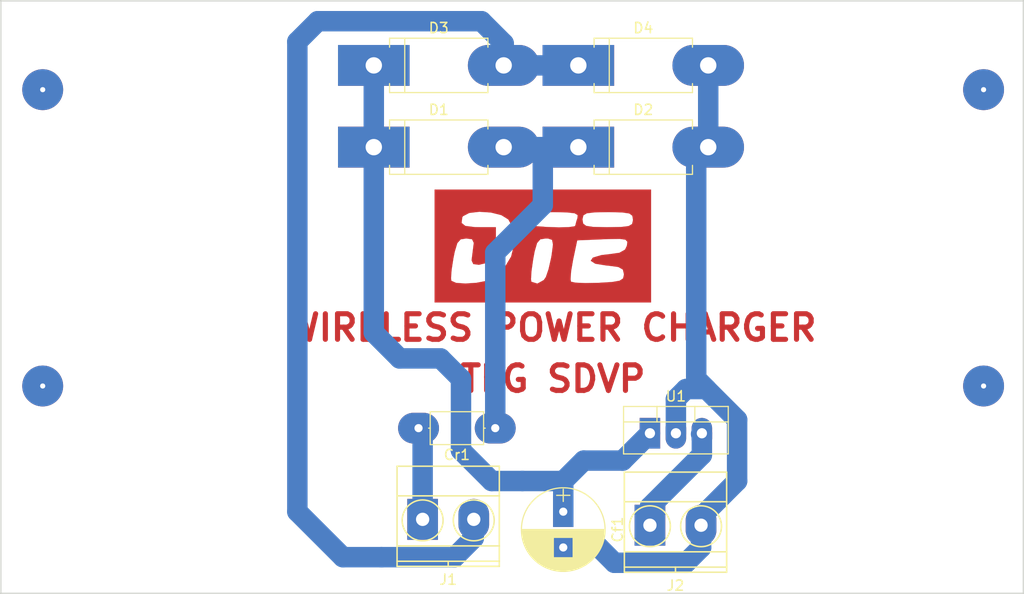
<source format=kicad_pcb>
(kicad_pcb (version 4) (host pcbnew 4.0.6)

  (general
    (links 13)
    (no_connects 0)
    (area 83.899999 56.924999 184.300002 115.3)
    (thickness 1.6)
    (drawings 6)
    (tracks 57)
    (zones 0)
    (modules 10)
    (nets 7)
  )

  (page A4)
  (title_block
    (title "Placa de circuito impreso del secundario")
    (date 2017-10-26)
  )

  (layers
    (0 F.Cu signal)
    (31 B.Cu signal)
    (32 B.Adhes user)
    (33 F.Adhes user)
    (34 B.Paste user)
    (35 F.Paste user)
    (36 B.SilkS user)
    (37 F.SilkS user)
    (38 B.Mask user)
    (39 F.Mask user)
    (40 Dwgs.User user)
    (41 Cmts.User user)
    (42 Eco1.User user)
    (43 Eco2.User user)
    (44 Edge.Cuts user)
    (45 Margin user)
    (46 B.CrtYd user)
    (47 F.CrtYd user)
    (48 B.Fab user)
    (49 F.Fab user)
  )

  (setup
    (last_trace_width 0.25)
    (user_trace_width 0.8)
    (user_trace_width 2)
    (trace_clearance 0.2)
    (zone_clearance 0.508)
    (zone_45_only no)
    (trace_min 0.2)
    (segment_width 0.2)
    (edge_width 0.15)
    (via_size 2.5)
    (via_drill 0.5)
    (via_min_size 0.4)
    (via_min_drill 0.3)
    (user_via 4 0.5)
    (uvia_size 0.3)
    (uvia_drill 0.1)
    (uvias_allowed no)
    (uvia_min_size 0.2)
    (uvia_min_drill 0.1)
    (pcb_text_width 0.3)
    (pcb_text_size 1.5 1.5)
    (mod_edge_width 0.15)
    (mod_text_size 1 1)
    (mod_text_width 0.15)
    (pad_size 3 4)
    (pad_drill 1.3)
    (pad_to_mask_clearance 0.2)
    (aux_axis_origin 0 0)
    (visible_elements 7FFFFFFF)
    (pcbplotparams
      (layerselection 0x3ffff_80000001)
      (usegerberextensions false)
      (excludeedgelayer true)
      (linewidth 0.100000)
      (plotframeref false)
      (viasonmask false)
      (mode 1)
      (useauxorigin false)
      (hpglpennumber 1)
      (hpglpenspeed 20)
      (hpglpendiameter 15)
      (hpglpenoverlay 2)
      (psnegative false)
      (psa4output false)
      (plotreference true)
      (plotvalue true)
      (plotinvisibletext false)
      (padsonsilk false)
      (subtractmaskfromsilk false)
      (outputformat 4)
      (mirror false)
      (drillshape 0)
      (scaleselection 1)
      (outputdirectory ""))
  )

  (net 0 "")
  (net 1 "Net-(Cf1-Pad1)")
  (net 2 "Net-(Cf1-Pad2)")
  (net 3 "Net-(Cr1-Pad1)")
  (net 4 "Net-(Cr1-Pad2)")
  (net 5 "Net-(D3-Pad2)")
  (net 6 "Net-(J2-Pad1)")

  (net_class Default "Esta es la clase de red por defecto."
    (clearance 0.2)
    (trace_width 0.25)
    (via_dia 2.5)
    (via_drill 0.5)
    (uvia_dia 0.3)
    (uvia_drill 0.1)
    (add_net "Net-(Cf1-Pad1)")
    (add_net "Net-(Cf1-Pad2)")
    (add_net "Net-(Cr1-Pad1)")
    (add_net "Net-(Cr1-Pad2)")
    (add_net "Net-(D3-Pad2)")
    (add_net "Net-(J2-Pad1)")
  )

  (module Capacitors_THT:C_Axial_L5.1mm_D3.1mm_P7.50mm_Horizontal (layer F.Cu) (tedit 59F34247) (tstamp 59E8B136)
    (at 132.35 98.825 180)
    (descr "C, Axial series, Axial, Horizontal, pin pitch=7.5mm, , length*diameter=5.1*3.1mm^2, http://www.vishay.com/docs/45231/arseries.pdf")
    (tags "C Axial series Axial Horizontal pin pitch 7.5mm  length 5.1mm diameter 3.1mm")
    (path /59E7A649)
    (fp_text reference Cr1 (at 3.75 -2.61 180) (layer F.SilkS)
      (effects (font (size 1 1) (thickness 0.15)))
    )
    (fp_text value C (at 3.75 2.61 180) (layer F.Fab)
      (effects (font (size 1 1) (thickness 0.15)))
    )
    (fp_line (start 1.2 -1.55) (end 1.2 1.55) (layer F.Fab) (width 0.1))
    (fp_line (start 1.2 1.55) (end 6.3 1.55) (layer F.Fab) (width 0.1))
    (fp_line (start 6.3 1.55) (end 6.3 -1.55) (layer F.Fab) (width 0.1))
    (fp_line (start 6.3 -1.55) (end 1.2 -1.55) (layer F.Fab) (width 0.1))
    (fp_line (start 0 0) (end 1.2 0) (layer F.Fab) (width 0.1))
    (fp_line (start 7.5 0) (end 6.3 0) (layer F.Fab) (width 0.1))
    (fp_line (start 1.14 -1.61) (end 1.14 1.61) (layer F.SilkS) (width 0.12))
    (fp_line (start 1.14 1.61) (end 6.36 1.61) (layer F.SilkS) (width 0.12))
    (fp_line (start 6.36 1.61) (end 6.36 -1.61) (layer F.SilkS) (width 0.12))
    (fp_line (start 6.36 -1.61) (end 1.14 -1.61) (layer F.SilkS) (width 0.12))
    (fp_line (start 0.98 0) (end 1.14 0) (layer F.SilkS) (width 0.12))
    (fp_line (start 6.52 0) (end 6.36 0) (layer F.SilkS) (width 0.12))
    (fp_line (start -1.05 -1.9) (end -1.05 1.9) (layer F.CrtYd) (width 0.05))
    (fp_line (start -1.05 1.9) (end 8.55 1.9) (layer F.CrtYd) (width 0.05))
    (fp_line (start 8.55 1.9) (end 8.55 -1.9) (layer F.CrtYd) (width 0.05))
    (fp_line (start 8.55 -1.9) (end -1.05 -1.9) (layer F.CrtYd) (width 0.05))
    (fp_text user %R (at 3.75 0 180) (layer F.Fab)
      (effects (font (size 1 1) (thickness 0.15)))
    )
    (pad 1 thru_hole oval (at 0 0 180) (size 4 3) (drill 0.8) (layers *.Cu *.Mask)
      (net 3 "Net-(Cr1-Pad1)"))
    (pad 2 thru_hole oval (at 7.5 0 180) (size 4 3) (drill 0.8) (layers *.Cu *.Mask)
      (net 4 "Net-(Cr1-Pad2)"))
    (model ${KISYS3DMOD}/Capacitors_THT.3dshapes/C_Axial_L5.1mm_D3.1mm_P7.50mm_Horizontal.wrl
      (at (xyz 0 0 0))
      (scale (xyz 1 1 1))
      (rotate (xyz 0 0 0))
    )
  )

  (module Diodes_THT:D_DO-201AD_P12.70mm_Horizontal (layer F.Cu) (tedit 59F3419D) (tstamp 59E8B13C)
    (at 120.475 71.325)
    (descr "D, DO-201AD series, Axial, Horizontal, pin pitch=12.7mm, , length*diameter=9.5*5.2mm^2, , http://www.diodes.com/_files/packages/DO-201AD.pdf")
    (tags "D DO-201AD series Axial Horizontal pin pitch 12.7mm  length 9.5mm diameter 5.2mm")
    (path /59E7A3A2)
    (fp_text reference D1 (at 6.35 -3.66) (layer F.SilkS)
      (effects (font (size 1 1) (thickness 0.15)))
    )
    (fp_text value D_Schottky (at 6.35 3.66) (layer F.Fab)
      (effects (font (size 1 1) (thickness 0.15)))
    )
    (fp_text user %R (at 6.35 0) (layer F.Fab)
      (effects (font (size 1 1) (thickness 0.15)))
    )
    (fp_line (start 1.6 -2.6) (end 1.6 2.6) (layer F.Fab) (width 0.1))
    (fp_line (start 1.6 2.6) (end 11.1 2.6) (layer F.Fab) (width 0.1))
    (fp_line (start 11.1 2.6) (end 11.1 -2.6) (layer F.Fab) (width 0.1))
    (fp_line (start 11.1 -2.6) (end 1.6 -2.6) (layer F.Fab) (width 0.1))
    (fp_line (start 0 0) (end 1.6 0) (layer F.Fab) (width 0.1))
    (fp_line (start 12.7 0) (end 11.1 0) (layer F.Fab) (width 0.1))
    (fp_line (start 3.025 -2.6) (end 3.025 2.6) (layer F.Fab) (width 0.1))
    (fp_line (start 1.54 -1.78) (end 1.54 -2.66) (layer F.SilkS) (width 0.12))
    (fp_line (start 1.54 -2.66) (end 11.16 -2.66) (layer F.SilkS) (width 0.12))
    (fp_line (start 11.16 -2.66) (end 11.16 -1.78) (layer F.SilkS) (width 0.12))
    (fp_line (start 1.54 1.78) (end 1.54 2.66) (layer F.SilkS) (width 0.12))
    (fp_line (start 1.54 2.66) (end 11.16 2.66) (layer F.SilkS) (width 0.12))
    (fp_line (start 11.16 2.66) (end 11.16 1.78) (layer F.SilkS) (width 0.12))
    (fp_line (start 3.025 -2.66) (end 3.025 2.66) (layer F.SilkS) (width 0.12))
    (fp_line (start -1.85 -2.95) (end -1.85 2.95) (layer F.CrtYd) (width 0.05))
    (fp_line (start -1.85 2.95) (end 14.55 2.95) (layer F.CrtYd) (width 0.05))
    (fp_line (start 14.55 2.95) (end 14.55 -2.95) (layer F.CrtYd) (width 0.05))
    (fp_line (start 14.55 -2.95) (end -1.85 -2.95) (layer F.CrtYd) (width 0.05))
    (pad 1 thru_hole rect (at 0 0) (size 7 4) (drill 1.6) (layers *.Cu *.Mask)
      (net 1 "Net-(Cf1-Pad1)"))
    (pad 2 thru_hole oval (at 12.7 0) (size 7 4) (drill 1.6) (layers *.Cu *.Mask)
      (net 3 "Net-(Cr1-Pad1)"))
    (model ${KISYS3DMOD}/Diodes_THT.3dshapes/D_DO-201AD_P12.70mm_Horizontal.wrl
      (at (xyz 0 0 0))
      (scale (xyz 0.393701 0.393701 0.393701))
      (rotate (xyz 0 0 0))
    )
  )

  (module Diodes_THT:D_DO-201AD_P12.70mm_Horizontal (layer F.Cu) (tedit 59F341A7) (tstamp 59E8B142)
    (at 140.475 71.325)
    (descr "D, DO-201AD series, Axial, Horizontal, pin pitch=12.7mm, , length*diameter=9.5*5.2mm^2, , http://www.diodes.com/_files/packages/DO-201AD.pdf")
    (tags "D DO-201AD series Axial Horizontal pin pitch 12.7mm  length 9.5mm diameter 5.2mm")
    (path /59E7A526)
    (fp_text reference D2 (at 6.35 -3.66) (layer F.SilkS)
      (effects (font (size 1 1) (thickness 0.15)))
    )
    (fp_text value D_Schottky (at 6.35 3.66) (layer F.Fab)
      (effects (font (size 1 1) (thickness 0.15)))
    )
    (fp_text user %R (at 6.35 0) (layer F.Fab)
      (effects (font (size 1 1) (thickness 0.15)))
    )
    (fp_line (start 1.6 -2.6) (end 1.6 2.6) (layer F.Fab) (width 0.1))
    (fp_line (start 1.6 2.6) (end 11.1 2.6) (layer F.Fab) (width 0.1))
    (fp_line (start 11.1 2.6) (end 11.1 -2.6) (layer F.Fab) (width 0.1))
    (fp_line (start 11.1 -2.6) (end 1.6 -2.6) (layer F.Fab) (width 0.1))
    (fp_line (start 0 0) (end 1.6 0) (layer F.Fab) (width 0.1))
    (fp_line (start 12.7 0) (end 11.1 0) (layer F.Fab) (width 0.1))
    (fp_line (start 3.025 -2.6) (end 3.025 2.6) (layer F.Fab) (width 0.1))
    (fp_line (start 1.54 -1.78) (end 1.54 -2.66) (layer F.SilkS) (width 0.12))
    (fp_line (start 1.54 -2.66) (end 11.16 -2.66) (layer F.SilkS) (width 0.12))
    (fp_line (start 11.16 -2.66) (end 11.16 -1.78) (layer F.SilkS) (width 0.12))
    (fp_line (start 1.54 1.78) (end 1.54 2.66) (layer F.SilkS) (width 0.12))
    (fp_line (start 1.54 2.66) (end 11.16 2.66) (layer F.SilkS) (width 0.12))
    (fp_line (start 11.16 2.66) (end 11.16 1.78) (layer F.SilkS) (width 0.12))
    (fp_line (start 3.025 -2.66) (end 3.025 2.66) (layer F.SilkS) (width 0.12))
    (fp_line (start -1.85 -2.95) (end -1.85 2.95) (layer F.CrtYd) (width 0.05))
    (fp_line (start -1.85 2.95) (end 14.55 2.95) (layer F.CrtYd) (width 0.05))
    (fp_line (start 14.55 2.95) (end 14.55 -2.95) (layer F.CrtYd) (width 0.05))
    (fp_line (start 14.55 -2.95) (end -1.85 -2.95) (layer F.CrtYd) (width 0.05))
    (pad 1 thru_hole rect (at 0 0) (size 7 4) (drill 1.6) (layers *.Cu *.Mask)
      (net 3 "Net-(Cr1-Pad1)"))
    (pad 2 thru_hole oval (at 12.7 0) (size 7 4) (drill 1.6) (layers *.Cu *.Mask)
      (net 2 "Net-(Cf1-Pad2)"))
    (model ${KISYS3DMOD}/Diodes_THT.3dshapes/D_DO-201AD_P12.70mm_Horizontal.wrl
      (at (xyz 0 0 0))
      (scale (xyz 0.393701 0.393701 0.393701))
      (rotate (xyz 0 0 0))
    )
  )

  (module Diodes_THT:D_DO-201AD_P12.70mm_Horizontal (layer F.Cu) (tedit 59F341B3) (tstamp 59E8B148)
    (at 120.475 63.325)
    (descr "D, DO-201AD series, Axial, Horizontal, pin pitch=12.7mm, , length*diameter=9.5*5.2mm^2, , http://www.diodes.com/_files/packages/DO-201AD.pdf")
    (tags "D DO-201AD series Axial Horizontal pin pitch 12.7mm  length 9.5mm diameter 5.2mm")
    (path /59E7A56E)
    (fp_text reference D3 (at 6.35 -3.66) (layer F.SilkS)
      (effects (font (size 1 1) (thickness 0.15)))
    )
    (fp_text value D_Schottky (at 6.35 3.66) (layer F.Fab)
      (effects (font (size 1 1) (thickness 0.15)))
    )
    (fp_text user %R (at 6.35 0) (layer F.Fab)
      (effects (font (size 1 1) (thickness 0.15)))
    )
    (fp_line (start 1.6 -2.6) (end 1.6 2.6) (layer F.Fab) (width 0.1))
    (fp_line (start 1.6 2.6) (end 11.1 2.6) (layer F.Fab) (width 0.1))
    (fp_line (start 11.1 2.6) (end 11.1 -2.6) (layer F.Fab) (width 0.1))
    (fp_line (start 11.1 -2.6) (end 1.6 -2.6) (layer F.Fab) (width 0.1))
    (fp_line (start 0 0) (end 1.6 0) (layer F.Fab) (width 0.1))
    (fp_line (start 12.7 0) (end 11.1 0) (layer F.Fab) (width 0.1))
    (fp_line (start 3.025 -2.6) (end 3.025 2.6) (layer F.Fab) (width 0.1))
    (fp_line (start 1.54 -1.78) (end 1.54 -2.66) (layer F.SilkS) (width 0.12))
    (fp_line (start 1.54 -2.66) (end 11.16 -2.66) (layer F.SilkS) (width 0.12))
    (fp_line (start 11.16 -2.66) (end 11.16 -1.78) (layer F.SilkS) (width 0.12))
    (fp_line (start 1.54 1.78) (end 1.54 2.66) (layer F.SilkS) (width 0.12))
    (fp_line (start 1.54 2.66) (end 11.16 2.66) (layer F.SilkS) (width 0.12))
    (fp_line (start 11.16 2.66) (end 11.16 1.78) (layer F.SilkS) (width 0.12))
    (fp_line (start 3.025 -2.66) (end 3.025 2.66) (layer F.SilkS) (width 0.12))
    (fp_line (start -1.85 -2.95) (end -1.85 2.95) (layer F.CrtYd) (width 0.05))
    (fp_line (start -1.85 2.95) (end 14.55 2.95) (layer F.CrtYd) (width 0.05))
    (fp_line (start 14.55 2.95) (end 14.55 -2.95) (layer F.CrtYd) (width 0.05))
    (fp_line (start 14.55 -2.95) (end -1.85 -2.95) (layer F.CrtYd) (width 0.05))
    (pad 1 thru_hole rect (at 0 0) (size 7 4) (drill 1.6) (layers *.Cu *.Mask)
      (net 1 "Net-(Cf1-Pad1)"))
    (pad 2 thru_hole oval (at 12.7 0) (size 7 4) (drill 1.6) (layers *.Cu *.Mask)
      (net 5 "Net-(D3-Pad2)"))
    (model ${KISYS3DMOD}/Diodes_THT.3dshapes/D_DO-201AD_P12.70mm_Horizontal.wrl
      (at (xyz 0 0 0))
      (scale (xyz 0.393701 0.393701 0.393701))
      (rotate (xyz 0 0 0))
    )
  )

  (module Diodes_THT:D_DO-201AD_P12.70mm_Horizontal (layer F.Cu) (tedit 59F341B0) (tstamp 59E8B14E)
    (at 140.475 63.325)
    (descr "D, DO-201AD series, Axial, Horizontal, pin pitch=12.7mm, , length*diameter=9.5*5.2mm^2, , http://www.diodes.com/_files/packages/DO-201AD.pdf")
    (tags "D DO-201AD series Axial Horizontal pin pitch 12.7mm  length 9.5mm diameter 5.2mm")
    (path /59E7A5B1)
    (fp_text reference D4 (at 6.35 -3.66) (layer F.SilkS)
      (effects (font (size 1 1) (thickness 0.15)))
    )
    (fp_text value D_Schottky (at 6.35 3.66) (layer F.Fab)
      (effects (font (size 1 1) (thickness 0.15)))
    )
    (fp_text user %R (at 6.35 0) (layer F.Fab)
      (effects (font (size 1 1) (thickness 0.15)))
    )
    (fp_line (start 1.6 -2.6) (end 1.6 2.6) (layer F.Fab) (width 0.1))
    (fp_line (start 1.6 2.6) (end 11.1 2.6) (layer F.Fab) (width 0.1))
    (fp_line (start 11.1 2.6) (end 11.1 -2.6) (layer F.Fab) (width 0.1))
    (fp_line (start 11.1 -2.6) (end 1.6 -2.6) (layer F.Fab) (width 0.1))
    (fp_line (start 0 0) (end 1.6 0) (layer F.Fab) (width 0.1))
    (fp_line (start 12.7 0) (end 11.1 0) (layer F.Fab) (width 0.1))
    (fp_line (start 3.025 -2.6) (end 3.025 2.6) (layer F.Fab) (width 0.1))
    (fp_line (start 1.54 -1.78) (end 1.54 -2.66) (layer F.SilkS) (width 0.12))
    (fp_line (start 1.54 -2.66) (end 11.16 -2.66) (layer F.SilkS) (width 0.12))
    (fp_line (start 11.16 -2.66) (end 11.16 -1.78) (layer F.SilkS) (width 0.12))
    (fp_line (start 1.54 1.78) (end 1.54 2.66) (layer F.SilkS) (width 0.12))
    (fp_line (start 1.54 2.66) (end 11.16 2.66) (layer F.SilkS) (width 0.12))
    (fp_line (start 11.16 2.66) (end 11.16 1.78) (layer F.SilkS) (width 0.12))
    (fp_line (start 3.025 -2.66) (end 3.025 2.66) (layer F.SilkS) (width 0.12))
    (fp_line (start -1.85 -2.95) (end -1.85 2.95) (layer F.CrtYd) (width 0.05))
    (fp_line (start -1.85 2.95) (end 14.55 2.95) (layer F.CrtYd) (width 0.05))
    (fp_line (start 14.55 2.95) (end 14.55 -2.95) (layer F.CrtYd) (width 0.05))
    (fp_line (start 14.55 -2.95) (end -1.85 -2.95) (layer F.CrtYd) (width 0.05))
    (pad 1 thru_hole rect (at 0 0) (size 7 4) (drill 1.6) (layers *.Cu *.Mask)
      (net 5 "Net-(D3-Pad2)"))
    (pad 2 thru_hole oval (at 12.7 0) (size 7 4) (drill 1.6) (layers *.Cu *.Mask)
      (net 2 "Net-(Cf1-Pad2)"))
    (model ${KISYS3DMOD}/Diodes_THT.3dshapes/D_DO-201AD_P12.70mm_Horizontal.wrl
      (at (xyz 0 0 0))
      (scale (xyz 0.393701 0.393701 0.393701))
      (rotate (xyz 0 0 0))
    )
  )

  (module Connectors_Terminal_Blocks:TerminalBlock_Pheonix_MKDS1.5-2pol (layer F.Cu) (tedit 59F342A6) (tstamp 59E8B154)
    (at 125.25 107.75)
    (descr "2-way 5mm pitch terminal block, Phoenix MKDS series")
    (path /59E7A6B3)
    (fp_text reference J1 (at 2.5 5.9) (layer F.SilkS)
      (effects (font (size 1 1) (thickness 0.15)))
    )
    (fp_text value Screw_Terminal_1x02 (at 2.5 -6.6) (layer F.Fab)
      (effects (font (size 1 1) (thickness 0.15)))
    )
    (fp_line (start -2.7 -5.4) (end 7.7 -5.4) (layer F.CrtYd) (width 0.05))
    (fp_line (start -2.7 4.8) (end -2.7 -5.4) (layer F.CrtYd) (width 0.05))
    (fp_line (start 7.7 4.8) (end -2.7 4.8) (layer F.CrtYd) (width 0.05))
    (fp_line (start 7.7 -5.4) (end 7.7 4.8) (layer F.CrtYd) (width 0.05))
    (fp_line (start 2.5 4.1) (end 2.5 4.6) (layer F.SilkS) (width 0.15))
    (fp_circle (center 5 0.1) (end 3 0.1) (layer F.SilkS) (width 0.15))
    (fp_circle (center 0 0.1) (end 2 0.1) (layer F.SilkS) (width 0.15))
    (fp_line (start -2.5 2.6) (end 7.5 2.6) (layer F.SilkS) (width 0.15))
    (fp_line (start -2.5 -2.3) (end 7.5 -2.3) (layer F.SilkS) (width 0.15))
    (fp_line (start -2.5 4.1) (end 7.5 4.1) (layer F.SilkS) (width 0.15))
    (fp_line (start -2.5 4.6) (end 7.5 4.6) (layer F.SilkS) (width 0.15))
    (fp_line (start 7.5 4.6) (end 7.5 -5.2) (layer F.SilkS) (width 0.15))
    (fp_line (start 7.5 -5.2) (end -2.5 -5.2) (layer F.SilkS) (width 0.15))
    (fp_line (start -2.5 -5.2) (end -2.5 4.6) (layer F.SilkS) (width 0.15))
    (pad 1 thru_hole rect (at 0 0) (size 3 4) (drill 1.3) (layers *.Cu *.Mask)
      (net 4 "Net-(Cr1-Pad2)"))
    (pad 2 thru_hole oval (at 5 0) (size 3 4) (drill 1.3) (layers *.Cu *.Mask)
      (net 5 "Net-(D3-Pad2)"))
    (model Terminal_Blocks.3dshapes/TerminalBlock_Pheonix_MKDS1.5-2pol.wrl
      (at (xyz 0.0984 0 0))
      (scale (xyz 1 1 1))
      (rotate (xyz 0 0 0))
    )
  )

  (module Connectors_Terminal_Blocks:TerminalBlock_Pheonix_MKDS1.5-2pol (layer F.Cu) (tedit 59F34297) (tstamp 59E8B15A)
    (at 147.475 108.325)
    (descr "2-way 5mm pitch terminal block, Phoenix MKDS series")
    (path /59E7AA22)
    (fp_text reference J2 (at 2.5 5.9) (layer F.SilkS)
      (effects (font (size 1 1) (thickness 0.15)))
    )
    (fp_text value Screw_Terminal_1x02 (at 2.5 -6.6) (layer F.Fab)
      (effects (font (size 1 1) (thickness 0.15)))
    )
    (fp_line (start -2.7 -5.4) (end 7.7 -5.4) (layer F.CrtYd) (width 0.05))
    (fp_line (start -2.7 4.8) (end -2.7 -5.4) (layer F.CrtYd) (width 0.05))
    (fp_line (start 7.7 4.8) (end -2.7 4.8) (layer F.CrtYd) (width 0.05))
    (fp_line (start 7.7 -5.4) (end 7.7 4.8) (layer F.CrtYd) (width 0.05))
    (fp_line (start 2.5 4.1) (end 2.5 4.6) (layer F.SilkS) (width 0.15))
    (fp_circle (center 5 0.1) (end 3 0.1) (layer F.SilkS) (width 0.15))
    (fp_circle (center 0 0.1) (end 2 0.1) (layer F.SilkS) (width 0.15))
    (fp_line (start -2.5 2.6) (end 7.5 2.6) (layer F.SilkS) (width 0.15))
    (fp_line (start -2.5 -2.3) (end 7.5 -2.3) (layer F.SilkS) (width 0.15))
    (fp_line (start -2.5 4.1) (end 7.5 4.1) (layer F.SilkS) (width 0.15))
    (fp_line (start -2.5 4.6) (end 7.5 4.6) (layer F.SilkS) (width 0.15))
    (fp_line (start 7.5 4.6) (end 7.5 -5.2) (layer F.SilkS) (width 0.15))
    (fp_line (start 7.5 -5.2) (end -2.5 -5.2) (layer F.SilkS) (width 0.15))
    (fp_line (start -2.5 -5.2) (end -2.5 4.6) (layer F.SilkS) (width 0.15))
    (pad 1 thru_hole rect (at 0 0) (size 3 4) (drill 1.3) (layers *.Cu *.Mask)
      (net 6 "Net-(J2-Pad1)"))
    (pad 2 thru_hole oval (at 5 0) (size 3 4) (drill 1.3) (layers *.Cu *.Mask)
      (net 2 "Net-(Cf1-Pad2)"))
    (model Terminal_Blocks.3dshapes/TerminalBlock_Pheonix_MKDS1.5-2pol.wrl
      (at (xyz 0.0984 0 0))
      (scale (xyz 1 1 1))
      (rotate (xyz 0 0 0))
    )
  )

  (module TO_SOT_Packages_THT:TO-220-3_Vertical (layer F.Cu) (tedit 5A0D9DA9) (tstamp 59E8B1BD)
    (at 147.475 99.325)
    (descr "TO-220-3, Vertical, RM 2.54mm")
    (tags "TO-220-3 Vertical RM 2.54mm")
    (path /59E7A939)
    (fp_text reference U1 (at 2.54 -3.62) (layer F.SilkS)
      (effects (font (size 1 1) (thickness 0.15)))
    )
    (fp_text value LM7812CT (at 7.525 -3.325) (layer F.Fab)
      (effects (font (size 1 1) (thickness 0.15)))
    )
    (fp_text user %R (at 2.54 -3.62) (layer F.Fab)
      (effects (font (size 1 1) (thickness 0.15)))
    )
    (fp_line (start -2.46 -2.5) (end -2.46 1.9) (layer F.Fab) (width 0.1))
    (fp_line (start -2.46 1.9) (end 7.54 1.9) (layer F.Fab) (width 0.1))
    (fp_line (start 7.54 1.9) (end 7.54 -2.5) (layer F.Fab) (width 0.1))
    (fp_line (start 7.54 -2.5) (end -2.46 -2.5) (layer F.Fab) (width 0.1))
    (fp_line (start -2.46 -1.23) (end 7.54 -1.23) (layer F.Fab) (width 0.1))
    (fp_line (start 0.69 -2.5) (end 0.69 -1.23) (layer F.Fab) (width 0.1))
    (fp_line (start 4.39 -2.5) (end 4.39 -1.23) (layer F.Fab) (width 0.1))
    (fp_line (start -2.58 -2.62) (end 7.66 -2.62) (layer F.SilkS) (width 0.12))
    (fp_line (start -2.58 2.021) (end 7.66 2.021) (layer F.SilkS) (width 0.12))
    (fp_line (start -2.58 -2.62) (end -2.58 2.021) (layer F.SilkS) (width 0.12))
    (fp_line (start 7.66 -2.62) (end 7.66 2.021) (layer F.SilkS) (width 0.12))
    (fp_line (start -2.58 -1.11) (end 7.66 -1.11) (layer F.SilkS) (width 0.12))
    (fp_line (start 0.69 -2.62) (end 0.69 -1.11) (layer F.SilkS) (width 0.12))
    (fp_line (start 4.391 -2.62) (end 4.391 -1.11) (layer F.SilkS) (width 0.12))
    (fp_line (start -2.71 -2.75) (end -2.71 2.16) (layer F.CrtYd) (width 0.05))
    (fp_line (start -2.71 2.16) (end 7.79 2.16) (layer F.CrtYd) (width 0.05))
    (fp_line (start 7.79 2.16) (end 7.79 -2.75) (layer F.CrtYd) (width 0.05))
    (fp_line (start 7.79 -2.75) (end -2.71 -2.75) (layer F.CrtYd) (width 0.05))
    (pad 1 thru_hole rect (at 0 0) (size 2 3) (drill 1) (layers *.Cu *.Mask)
      (net 1 "Net-(Cf1-Pad1)"))
    (pad 2 thru_hole oval (at 2.54 0) (size 2 3) (drill 1) (layers *.Cu *.Mask)
      (net 2 "Net-(Cf1-Pad2)"))
    (pad 3 thru_hole oval (at 5.08 0) (size 2 3) (drill 1) (layers *.Cu *.Mask)
      (net 6 "Net-(J2-Pad1)"))
    (model ${KISYS3DMOD}/TO_SOT_Packages_THT.3dshapes/TO-220-3_Vertical.wrl
      (at (xyz 0.1 0 0))
      (scale (xyz 0.393701 0.393701 0.393701))
      (rotate (xyz 0 0 0))
    )
  )

  (module Capacitors_THT:CP_Radial_D8.0mm_P3.50mm (layer F.Cu) (tedit 5A0D9D93) (tstamp 59F31B8A)
    (at 139 107 270)
    (descr "CP, Radial series, Radial, pin pitch=3.50mm, , diameter=8mm, Electrolytic Capacitor")
    (tags "CP Radial series Radial pin pitch 3.50mm  diameter 8mm Electrolytic Capacitor")
    (path /59E7A7AC)
    (fp_text reference Cf1 (at 1.75 -5.31 270) (layer F.SilkS)
      (effects (font (size 1 1) (thickness 0.15)))
    )
    (fp_text value C (at 1.75 5.31 270) (layer F.Fab)
      (effects (font (size 1 1) (thickness 0.15)))
    )
    (fp_circle (center 1.75 0) (end 5.75 0) (layer F.Fab) (width 0.1))
    (fp_circle (center 1.75 0) (end 5.84 0) (layer F.SilkS) (width 0.12))
    (fp_line (start -2.2 0) (end -1 0) (layer F.Fab) (width 0.1))
    (fp_line (start -1.6 -0.65) (end -1.6 0.65) (layer F.Fab) (width 0.1))
    (fp_line (start 1.75 -4.05) (end 1.75 4.05) (layer F.SilkS) (width 0.12))
    (fp_line (start 1.79 -4.05) (end 1.79 4.05) (layer F.SilkS) (width 0.12))
    (fp_line (start 1.83 -4.05) (end 1.83 4.05) (layer F.SilkS) (width 0.12))
    (fp_line (start 1.87 -4.049) (end 1.87 4.049) (layer F.SilkS) (width 0.12))
    (fp_line (start 1.91 -4.047) (end 1.91 4.047) (layer F.SilkS) (width 0.12))
    (fp_line (start 1.95 -4.046) (end 1.95 4.046) (layer F.SilkS) (width 0.12))
    (fp_line (start 1.99 -4.043) (end 1.99 4.043) (layer F.SilkS) (width 0.12))
    (fp_line (start 2.03 -4.041) (end 2.03 4.041) (layer F.SilkS) (width 0.12))
    (fp_line (start 2.07 -4.038) (end 2.07 4.038) (layer F.SilkS) (width 0.12))
    (fp_line (start 2.11 -4.035) (end 2.11 4.035) (layer F.SilkS) (width 0.12))
    (fp_line (start 2.15 -4.031) (end 2.15 4.031) (layer F.SilkS) (width 0.12))
    (fp_line (start 2.19 -4.027) (end 2.19 4.027) (layer F.SilkS) (width 0.12))
    (fp_line (start 2.23 -4.022) (end 2.23 4.022) (layer F.SilkS) (width 0.12))
    (fp_line (start 2.27 -4.017) (end 2.27 4.017) (layer F.SilkS) (width 0.12))
    (fp_line (start 2.31 -4.012) (end 2.31 4.012) (layer F.SilkS) (width 0.12))
    (fp_line (start 2.35 -4.006) (end 2.35 4.006) (layer F.SilkS) (width 0.12))
    (fp_line (start 2.39 -4) (end 2.39 4) (layer F.SilkS) (width 0.12))
    (fp_line (start 2.43 -3.994) (end 2.43 3.994) (layer F.SilkS) (width 0.12))
    (fp_line (start 2.471 -3.987) (end 2.471 3.987) (layer F.SilkS) (width 0.12))
    (fp_line (start 2.511 -3.979) (end 2.511 3.979) (layer F.SilkS) (width 0.12))
    (fp_line (start 2.551 -3.971) (end 2.551 -0.98) (layer F.SilkS) (width 0.12))
    (fp_line (start 2.551 0.98) (end 2.551 3.971) (layer F.SilkS) (width 0.12))
    (fp_line (start 2.591 -3.963) (end 2.591 -0.98) (layer F.SilkS) (width 0.12))
    (fp_line (start 2.591 0.98) (end 2.591 3.963) (layer F.SilkS) (width 0.12))
    (fp_line (start 2.631 -3.955) (end 2.631 -0.98) (layer F.SilkS) (width 0.12))
    (fp_line (start 2.631 0.98) (end 2.631 3.955) (layer F.SilkS) (width 0.12))
    (fp_line (start 2.671 -3.946) (end 2.671 -0.98) (layer F.SilkS) (width 0.12))
    (fp_line (start 2.671 0.98) (end 2.671 3.946) (layer F.SilkS) (width 0.12))
    (fp_line (start 2.711 -3.936) (end 2.711 -0.98) (layer F.SilkS) (width 0.12))
    (fp_line (start 2.711 0.98) (end 2.711 3.936) (layer F.SilkS) (width 0.12))
    (fp_line (start 2.751 -3.926) (end 2.751 -0.98) (layer F.SilkS) (width 0.12))
    (fp_line (start 2.751 0.98) (end 2.751 3.926) (layer F.SilkS) (width 0.12))
    (fp_line (start 2.791 -3.916) (end 2.791 -0.98) (layer F.SilkS) (width 0.12))
    (fp_line (start 2.791 0.98) (end 2.791 3.916) (layer F.SilkS) (width 0.12))
    (fp_line (start 2.831 -3.905) (end 2.831 -0.98) (layer F.SilkS) (width 0.12))
    (fp_line (start 2.831 0.98) (end 2.831 3.905) (layer F.SilkS) (width 0.12))
    (fp_line (start 2.871 -3.894) (end 2.871 -0.98) (layer F.SilkS) (width 0.12))
    (fp_line (start 2.871 0.98) (end 2.871 3.894) (layer F.SilkS) (width 0.12))
    (fp_line (start 2.911 -3.883) (end 2.911 -0.98) (layer F.SilkS) (width 0.12))
    (fp_line (start 2.911 0.98) (end 2.911 3.883) (layer F.SilkS) (width 0.12))
    (fp_line (start 2.951 -3.87) (end 2.951 -0.98) (layer F.SilkS) (width 0.12))
    (fp_line (start 2.951 0.98) (end 2.951 3.87) (layer F.SilkS) (width 0.12))
    (fp_line (start 2.991 -3.858) (end 2.991 -0.98) (layer F.SilkS) (width 0.12))
    (fp_line (start 2.991 0.98) (end 2.991 3.858) (layer F.SilkS) (width 0.12))
    (fp_line (start 3.031 -3.845) (end 3.031 -0.98) (layer F.SilkS) (width 0.12))
    (fp_line (start 3.031 0.98) (end 3.031 3.845) (layer F.SilkS) (width 0.12))
    (fp_line (start 3.071 -3.832) (end 3.071 -0.98) (layer F.SilkS) (width 0.12))
    (fp_line (start 3.071 0.98) (end 3.071 3.832) (layer F.SilkS) (width 0.12))
    (fp_line (start 3.111 -3.818) (end 3.111 -0.98) (layer F.SilkS) (width 0.12))
    (fp_line (start 3.111 0.98) (end 3.111 3.818) (layer F.SilkS) (width 0.12))
    (fp_line (start 3.151 -3.803) (end 3.151 -0.98) (layer F.SilkS) (width 0.12))
    (fp_line (start 3.151 0.98) (end 3.151 3.803) (layer F.SilkS) (width 0.12))
    (fp_line (start 3.191 -3.789) (end 3.191 -0.98) (layer F.SilkS) (width 0.12))
    (fp_line (start 3.191 0.98) (end 3.191 3.789) (layer F.SilkS) (width 0.12))
    (fp_line (start 3.231 -3.773) (end 3.231 -0.98) (layer F.SilkS) (width 0.12))
    (fp_line (start 3.231 0.98) (end 3.231 3.773) (layer F.SilkS) (width 0.12))
    (fp_line (start 3.271 -3.758) (end 3.271 -0.98) (layer F.SilkS) (width 0.12))
    (fp_line (start 3.271 0.98) (end 3.271 3.758) (layer F.SilkS) (width 0.12))
    (fp_line (start 3.311 -3.741) (end 3.311 -0.98) (layer F.SilkS) (width 0.12))
    (fp_line (start 3.311 0.98) (end 3.311 3.741) (layer F.SilkS) (width 0.12))
    (fp_line (start 3.351 -3.725) (end 3.351 -0.98) (layer F.SilkS) (width 0.12))
    (fp_line (start 3.351 0.98) (end 3.351 3.725) (layer F.SilkS) (width 0.12))
    (fp_line (start 3.391 -3.707) (end 3.391 -0.98) (layer F.SilkS) (width 0.12))
    (fp_line (start 3.391 0.98) (end 3.391 3.707) (layer F.SilkS) (width 0.12))
    (fp_line (start 3.431 -3.69) (end 3.431 -0.98) (layer F.SilkS) (width 0.12))
    (fp_line (start 3.431 0.98) (end 3.431 3.69) (layer F.SilkS) (width 0.12))
    (fp_line (start 3.471 -3.671) (end 3.471 -0.98) (layer F.SilkS) (width 0.12))
    (fp_line (start 3.471 0.98) (end 3.471 3.671) (layer F.SilkS) (width 0.12))
    (fp_line (start 3.511 -3.652) (end 3.511 -0.98) (layer F.SilkS) (width 0.12))
    (fp_line (start 3.511 0.98) (end 3.511 3.652) (layer F.SilkS) (width 0.12))
    (fp_line (start 3.551 -3.633) (end 3.551 -0.98) (layer F.SilkS) (width 0.12))
    (fp_line (start 3.551 0.98) (end 3.551 3.633) (layer F.SilkS) (width 0.12))
    (fp_line (start 3.591 -3.613) (end 3.591 -0.98) (layer F.SilkS) (width 0.12))
    (fp_line (start 3.591 0.98) (end 3.591 3.613) (layer F.SilkS) (width 0.12))
    (fp_line (start 3.631 -3.593) (end 3.631 -0.98) (layer F.SilkS) (width 0.12))
    (fp_line (start 3.631 0.98) (end 3.631 3.593) (layer F.SilkS) (width 0.12))
    (fp_line (start 3.671 -3.572) (end 3.671 -0.98) (layer F.SilkS) (width 0.12))
    (fp_line (start 3.671 0.98) (end 3.671 3.572) (layer F.SilkS) (width 0.12))
    (fp_line (start 3.711 -3.55) (end 3.711 -0.98) (layer F.SilkS) (width 0.12))
    (fp_line (start 3.711 0.98) (end 3.711 3.55) (layer F.SilkS) (width 0.12))
    (fp_line (start 3.751 -3.528) (end 3.751 -0.98) (layer F.SilkS) (width 0.12))
    (fp_line (start 3.751 0.98) (end 3.751 3.528) (layer F.SilkS) (width 0.12))
    (fp_line (start 3.791 -3.505) (end 3.791 -0.98) (layer F.SilkS) (width 0.12))
    (fp_line (start 3.791 0.98) (end 3.791 3.505) (layer F.SilkS) (width 0.12))
    (fp_line (start 3.831 -3.482) (end 3.831 -0.98) (layer F.SilkS) (width 0.12))
    (fp_line (start 3.831 0.98) (end 3.831 3.482) (layer F.SilkS) (width 0.12))
    (fp_line (start 3.871 -3.458) (end 3.871 -0.98) (layer F.SilkS) (width 0.12))
    (fp_line (start 3.871 0.98) (end 3.871 3.458) (layer F.SilkS) (width 0.12))
    (fp_line (start 3.911 -3.434) (end 3.911 -0.98) (layer F.SilkS) (width 0.12))
    (fp_line (start 3.911 0.98) (end 3.911 3.434) (layer F.SilkS) (width 0.12))
    (fp_line (start 3.951 -3.408) (end 3.951 -0.98) (layer F.SilkS) (width 0.12))
    (fp_line (start 3.951 0.98) (end 3.951 3.408) (layer F.SilkS) (width 0.12))
    (fp_line (start 3.991 -3.383) (end 3.991 -0.98) (layer F.SilkS) (width 0.12))
    (fp_line (start 3.991 0.98) (end 3.991 3.383) (layer F.SilkS) (width 0.12))
    (fp_line (start 4.031 -3.356) (end 4.031 -0.98) (layer F.SilkS) (width 0.12))
    (fp_line (start 4.031 0.98) (end 4.031 3.356) (layer F.SilkS) (width 0.12))
    (fp_line (start 4.071 -3.329) (end 4.071 -0.98) (layer F.SilkS) (width 0.12))
    (fp_line (start 4.071 0.98) (end 4.071 3.329) (layer F.SilkS) (width 0.12))
    (fp_line (start 4.111 -3.301) (end 4.111 -0.98) (layer F.SilkS) (width 0.12))
    (fp_line (start 4.111 0.98) (end 4.111 3.301) (layer F.SilkS) (width 0.12))
    (fp_line (start 4.151 -3.272) (end 4.151 -0.98) (layer F.SilkS) (width 0.12))
    (fp_line (start 4.151 0.98) (end 4.151 3.272) (layer F.SilkS) (width 0.12))
    (fp_line (start 4.191 -3.243) (end 4.191 -0.98) (layer F.SilkS) (width 0.12))
    (fp_line (start 4.191 0.98) (end 4.191 3.243) (layer F.SilkS) (width 0.12))
    (fp_line (start 4.231 -3.213) (end 4.231 -0.98) (layer F.SilkS) (width 0.12))
    (fp_line (start 4.231 0.98) (end 4.231 3.213) (layer F.SilkS) (width 0.12))
    (fp_line (start 4.271 -3.182) (end 4.271 -0.98) (layer F.SilkS) (width 0.12))
    (fp_line (start 4.271 0.98) (end 4.271 3.182) (layer F.SilkS) (width 0.12))
    (fp_line (start 4.311 -3.15) (end 4.311 -0.98) (layer F.SilkS) (width 0.12))
    (fp_line (start 4.311 0.98) (end 4.311 3.15) (layer F.SilkS) (width 0.12))
    (fp_line (start 4.351 -3.118) (end 4.351 -0.98) (layer F.SilkS) (width 0.12))
    (fp_line (start 4.351 0.98) (end 4.351 3.118) (layer F.SilkS) (width 0.12))
    (fp_line (start 4.391 -3.084) (end 4.391 -0.98) (layer F.SilkS) (width 0.12))
    (fp_line (start 4.391 0.98) (end 4.391 3.084) (layer F.SilkS) (width 0.12))
    (fp_line (start 4.431 -3.05) (end 4.431 -0.98) (layer F.SilkS) (width 0.12))
    (fp_line (start 4.431 0.98) (end 4.431 3.05) (layer F.SilkS) (width 0.12))
    (fp_line (start 4.471 -3.015) (end 4.471 -0.98) (layer F.SilkS) (width 0.12))
    (fp_line (start 4.471 0.98) (end 4.471 3.015) (layer F.SilkS) (width 0.12))
    (fp_line (start 4.511 -2.979) (end 4.511 2.979) (layer F.SilkS) (width 0.12))
    (fp_line (start 4.551 -2.942) (end 4.551 2.942) (layer F.SilkS) (width 0.12))
    (fp_line (start 4.591 -2.904) (end 4.591 2.904) (layer F.SilkS) (width 0.12))
    (fp_line (start 4.631 -2.865) (end 4.631 2.865) (layer F.SilkS) (width 0.12))
    (fp_line (start 4.671 -2.824) (end 4.671 2.824) (layer F.SilkS) (width 0.12))
    (fp_line (start 4.711 -2.783) (end 4.711 2.783) (layer F.SilkS) (width 0.12))
    (fp_line (start 4.751 -2.74) (end 4.751 2.74) (layer F.SilkS) (width 0.12))
    (fp_line (start 4.791 -2.697) (end 4.791 2.697) (layer F.SilkS) (width 0.12))
    (fp_line (start 4.831 -2.652) (end 4.831 2.652) (layer F.SilkS) (width 0.12))
    (fp_line (start 4.871 -2.605) (end 4.871 2.605) (layer F.SilkS) (width 0.12))
    (fp_line (start 4.911 -2.557) (end 4.911 2.557) (layer F.SilkS) (width 0.12))
    (fp_line (start 4.951 -2.508) (end 4.951 2.508) (layer F.SilkS) (width 0.12))
    (fp_line (start 4.991 -2.457) (end 4.991 2.457) (layer F.SilkS) (width 0.12))
    (fp_line (start 5.031 -2.404) (end 5.031 2.404) (layer F.SilkS) (width 0.12))
    (fp_line (start 5.071 -2.349) (end 5.071 2.349) (layer F.SilkS) (width 0.12))
    (fp_line (start 5.111 -2.293) (end 5.111 2.293) (layer F.SilkS) (width 0.12))
    (fp_line (start 5.151 -2.234) (end 5.151 2.234) (layer F.SilkS) (width 0.12))
    (fp_line (start 5.191 -2.173) (end 5.191 2.173) (layer F.SilkS) (width 0.12))
    (fp_line (start 5.231 -2.109) (end 5.231 2.109) (layer F.SilkS) (width 0.12))
    (fp_line (start 5.271 -2.043) (end 5.271 2.043) (layer F.SilkS) (width 0.12))
    (fp_line (start 5.311 -1.974) (end 5.311 1.974) (layer F.SilkS) (width 0.12))
    (fp_line (start 5.351 -1.902) (end 5.351 1.902) (layer F.SilkS) (width 0.12))
    (fp_line (start 5.391 -1.826) (end 5.391 1.826) (layer F.SilkS) (width 0.12))
    (fp_line (start 5.431 -1.745) (end 5.431 1.745) (layer F.SilkS) (width 0.12))
    (fp_line (start 5.471 -1.66) (end 5.471 1.66) (layer F.SilkS) (width 0.12))
    (fp_line (start 5.511 -1.57) (end 5.511 1.57) (layer F.SilkS) (width 0.12))
    (fp_line (start 5.551 -1.473) (end 5.551 1.473) (layer F.SilkS) (width 0.12))
    (fp_line (start 5.591 -1.369) (end 5.591 1.369) (layer F.SilkS) (width 0.12))
    (fp_line (start 5.631 -1.254) (end 5.631 1.254) (layer F.SilkS) (width 0.12))
    (fp_line (start 5.671 -1.127) (end 5.671 1.127) (layer F.SilkS) (width 0.12))
    (fp_line (start 5.711 -0.983) (end 5.711 0.983) (layer F.SilkS) (width 0.12))
    (fp_line (start 5.751 -0.814) (end 5.751 0.814) (layer F.SilkS) (width 0.12))
    (fp_line (start 5.791 -0.598) (end 5.791 0.598) (layer F.SilkS) (width 0.12))
    (fp_line (start 5.831 -0.246) (end 5.831 0.246) (layer F.SilkS) (width 0.12))
    (fp_line (start -2.2 0) (end -1 0) (layer F.SilkS) (width 0.12))
    (fp_line (start -1.6 -0.65) (end -1.6 0.65) (layer F.SilkS) (width 0.12))
    (fp_line (start -2.6 -4.35) (end -2.6 4.35) (layer F.CrtYd) (width 0.05))
    (fp_line (start -2.6 4.35) (end 6.1 4.35) (layer F.CrtYd) (width 0.05))
    (fp_line (start 6.1 4.35) (end 6.1 -4.35) (layer F.CrtYd) (width 0.05))
    (fp_line (start 6.1 -4.35) (end -2.6 -4.35) (layer F.CrtYd) (width 0.05))
    (fp_text user %R (at -1 -5 270) (layer F.Fab)
      (effects (font (size 1 1) (thickness 0.15)))
    )
    (pad 1 thru_hole rect (at 0 0 270) (size 3 2) (drill 0.8) (layers *.Cu *.Mask)
      (net 1 "Net-(Cf1-Pad1)"))
    (pad 2 thru_hole oval (at 3.5 0 270) (size 3 2) (drill 0.8) (layers *.Cu *.Mask)
      (net 2 "Net-(Cf1-Pad2)"))
    (model ${KISYS3DMOD}/Capacitors_THT.3dshapes/CP_Radial_D8.0mm_P3.50mm.wrl
      (at (xyz 0 0 0))
      (scale (xyz 1 1 1))
      (rotate (xyz 0 0 0))
    )
  )

  (module componentes:DTE (layer F.Cu) (tedit 59F3411A) (tstamp 59F343D5)
    (at 137 81)
    (fp_text reference G*** (at 14 1) (layer F.SilkS) hide
      (effects (font (thickness 0.3)))
    )
    (fp_text value LOGO (at 0 -7) (layer F.SilkS) hide
      (effects (font (thickness 0.3)))
    )
    (fp_poly (pts (xy 10.583333 5.521739) (xy -10.583333 5.521739) (xy -10.583333 3.151421) (xy -8.976255 3.151421)
      (xy -8.941603 3.404605) (xy -8.471931 3.611035) (xy -7.568444 3.672473) (xy -6.48662 3.601085)
      (xy -5.481938 3.409041) (xy -5.043153 3.242287) (xy -1.156825 3.242287) (xy -1.116046 3.498232)
      (xy -0.529392 3.679508) (xy 0.094997 3.331637) (xy 0.142861 3.262631) (xy 2.712002 3.262631)
      (xy 2.760345 3.493887) (xy 3.191451 3.587007) (xy 4.129052 3.627377) (xy 5.375387 3.606931)
      (xy 5.452643 3.603724) (xy 6.758546 3.525851) (xy 7.508329 3.398647) (xy 7.851423 3.171425)
      (xy 7.937264 2.793498) (xy 7.9375 2.760869) (xy 7.826041 2.302037) (xy 7.376946 2.051798)
      (xy 6.418142 1.924093) (xy 6.239159 1.911474) (xy 5.129353 1.732686) (xy 4.685825 1.445791)
      (xy 4.893944 1.135574) (xy 5.739078 0.886823) (xy 6.429291 0.809646) (xy 7.495313 0.661242)
      (xy 8.044234 0.348535) (xy 8.224659 -0.034129) (xy 8.270597 -0.411767) (xy 8.078077 -0.62074)
      (xy 7.508232 -0.698212) (xy 6.422192 -0.681345) (xy 5.887035 -0.659717) (xy 3.365682 -0.552174)
      (xy 2.959293 1.362626) (xy 2.767591 2.471854) (xy 2.712002 3.262631) (xy 0.142861 3.262631)
      (xy 0.299398 3.036956) (xy 0.561398 2.272401) (xy 0.814184 1.162629) (xy 0.871985 0.828261)
      (xy 0.997035 -0.147672) (xy 0.906844 -0.600822) (xy 0.524302 -0.730387) (xy 0.266384 -0.736232)
      (xy -0.239603 -0.653756) (xy -0.559532 -0.290267) (xy -0.797034 0.528328) (xy -0.939467 1.289536)
      (xy -1.103344 2.428916) (xy -1.156825 3.242287) (xy -5.043153 3.242287) (xy -4.972896 3.215587)
      (xy -3.851823 2.290548) (xy -3.092978 1.02672) (xy -2.751964 -0.374092) (xy -2.884382 -1.710085)
      (xy -3.370787 -2.599179) (xy -3.499174 -2.678487) (xy -2.059003 -2.678487) (xy -1.940278 -2.208696)
      (xy -1.544993 -2.060757) (xy -0.68922 -1.941485) (xy 0.414998 -1.859757) (xy 1.555616 -1.824453)
      (xy 2.520589 -1.844449) (xy 3.097873 -1.928623) (xy 3.175 -1.994531) (xy 3.284744 -2.427244)
      (xy 3.336184 -2.576812) (xy 3.880555 -2.576812) (xy 3.947179 -2.1899) (xy 4.247625 -1.968243)
      (xy 4.932755 -1.866864) (xy 6.153433 -1.840785) (xy 6.35 -1.84058) (xy 7.647768 -1.860443)
      (xy 8.391242 -1.950017) (xy 8.731284 -2.154279) (xy 8.818755 -2.518208) (xy 8.819444 -2.576812)
      (xy 8.752821 -2.963724) (xy 8.452375 -3.185381) (xy 7.767244 -3.28676) (xy 6.546567 -3.312838)
      (xy 6.35 -3.313044) (xy 5.052231 -3.293181) (xy 4.308757 -3.203607) (xy 3.968716 -2.999345)
      (xy 3.881244 -2.635416) (xy 3.880555 -2.576812) (xy 3.336184 -2.576812) (xy 3.389132 -2.730763)
      (xy 3.40683 -3.029061) (xy 3.104468 -3.205573) (xy 2.356148 -3.290238) (xy 1.035973 -3.312993)
      (xy 0.940507 -3.313044) (xy -0.69028 -3.248747) (xy -1.67392 -3.043437) (xy -2.059003 -2.678487)
      (xy -3.499174 -2.678487) (xy -4.057321 -3.023266) (xy -5.081615 -3.277402) (xy -6.206175 -3.351163)
      (xy -7.193504 -3.234129) (xy -7.806108 -2.915876) (xy -7.87545 -2.796859) (xy -7.941926 -2.259824)
      (xy -7.570548 -1.963592) (xy -6.652207 -1.848901) (xy -6.114815 -1.84058) (xy -4.586111 -1.84058)
      (xy -4.586111 -0.44174) (xy -4.764536 0.882419) (xy -5.329253 1.622904) (xy -6.260152 1.840579)
      (xy -6.798068 1.767001) (xy -6.963078 1.40432) (xy -6.855891 0.552174) (xy -6.747609 -0.305273)
      (xy -6.917984 -0.663195) (xy -7.47409 -0.7362) (xy -7.498715 -0.736232) (xy -8.027077 -0.651585)
      (xy -8.359779 -0.279222) (xy -8.610871 0.558485) (xy -8.739287 1.195909) (xy -8.916236 2.327393)
      (xy -8.976255 3.151421) (xy -10.583333 3.151421) (xy -10.583333 -5.521739) (xy 10.583333 -5.521739)
      (xy 10.583333 5.521739)) (layer F.Cu) (width 0.01))
  )

  (gr_line (start 84 115) (end 84 57) (angle 90) (layer Edge.Cuts) (width 0.15))
  (gr_line (start 184 115) (end 84 115) (angle 90) (layer Edge.Cuts) (width 0.15))
  (gr_line (start 184 57) (end 184 115) (angle 90) (layer Edge.Cuts) (width 0.15))
  (gr_line (start 84 57) (end 184 57) (angle 90) (layer Edge.Cuts) (width 0.15))
  (gr_text "TFG SDVP" (at 138 94) (layer F.Cu)
    (effects (font (size 2.5 2.5) (thickness 0.5)))
  )
  (gr_text "WIRELESS POWER CHARGER" (at 138 89) (layer F.Cu)
    (effects (font (size 2.5 2.5) (thickness 0.5)))
  )

  (via (at 88.1 65.7) (size 4) (drill 0.5) (layers F.Cu B.Cu) (net 0))
  (via (at 88.1 94.7) (size 4) (drill 0.5) (layers F.Cu B.Cu) (net 0))
  (via (at 180.1 94.7) (size 4) (drill 0.5) (layers F.Cu B.Cu) (net 0))
  (via (at 180.1 65.7) (size 4) (drill 0.5) (layers F.Cu B.Cu) (net 0))
  (segment (start 129 94) (end 127 92) (width 2) (layer B.Cu) (net 1))
  (segment (start 139 104) (end 135 104) (width 2) (layer B.Cu) (net 1))
  (segment (start 135 104) (end 132 104) (width 2) (layer B.Cu) (net 1) (tstamp 59F31A93))
  (segment (start 132 104) (end 129 101) (width 2) (layer B.Cu) (net 1) (tstamp 59F31A94))
  (segment (start 129 101) (end 129 94) (width 2) (layer B.Cu) (net 1) (tstamp 59F31A95))
  (segment (start 120.475 89.475) (end 120.475 71.325) (width 2) (layer B.Cu) (net 1) (tstamp 5A09955C))
  (segment (start 123 92) (end 120.475 89.475) (width 2) (layer B.Cu) (net 1) (tstamp 5A099558))
  (segment (start 127 92) (end 123 92) (width 2) (layer B.Cu) (net 1) (tstamp 5A099552))
  (segment (start 120.475 71.325) (end 120.475 63.325) (width 2) (layer B.Cu) (net 1))
  (segment (start 139 107) (end 139 104) (width 2) (layer B.Cu) (net 1))
  (segment (start 144.8 102) (end 147.475 99.325) (width 2) (layer B.Cu) (net 1) (tstamp 59F31D91))
  (segment (start 139 104) (end 141 102) (width 2) (layer B.Cu) (net 1) (tstamp 59F31D8F))
  (segment (start 141 102) (end 144.8 102) (width 2) (layer B.Cu) (net 1) (tstamp 59F31D90))
  (segment (start 152 94) (end 152 72.5) (width 2) (layer B.Cu) (net 2))
  (segment (start 152 72.5) (end 153.175 71.325) (width 2) (layer B.Cu) (net 2) (tstamp 5A099569))
  (segment (start 153.175 71.325) (end 153.175 63.325) (width 2) (layer B.Cu) (net 2))
  (segment (start 153 71.5) (end 153.175 71.325) (width 2) (layer B.Cu) (net 2) (tstamp 59F31DAF))
  (segment (start 152.475 108.325) (end 152.475 107.525) (width 2) (layer B.Cu) (net 2))
  (segment (start 152.475 107.525) (end 156 104) (width 2) (layer B.Cu) (net 2) (tstamp 59F31DA6))
  (segment (start 156 104) (end 156 98) (width 2) (layer B.Cu) (net 2) (tstamp 59F31DA7))
  (segment (start 156 98) (end 152 94) (width 2) (layer B.Cu) (net 2) (tstamp 59F31DA8))
  (segment (start 152 94) (end 153 95) (width 2) (layer B.Cu) (net 2) (tstamp 5A099567))
  (segment (start 150.015 95.985) (end 150.015 99.325) (width 2) (layer B.Cu) (net 2) (tstamp 59F31DAB))
  (segment (start 153 95) (end 151 95) (width 2) (layer B.Cu) (net 2) (tstamp 59F31DA9))
  (segment (start 151 95) (end 150.015 95.985) (width 2) (layer B.Cu) (net 2) (tstamp 59F31DAA))
  (segment (start 139 110.5) (end 142.5 110.5) (width 2) (layer B.Cu) (net 2))
  (segment (start 152.475 110.525) (end 152.475 108.325) (width 2) (layer B.Cu) (net 2) (tstamp 59F31D9F))
  (segment (start 151 112) (end 152.475 110.525) (width 2) (layer B.Cu) (net 2) (tstamp 59F31D9E))
  (segment (start 144 112) (end 151 112) (width 2) (layer B.Cu) (net 2) (tstamp 59F31D9D))
  (segment (start 142.5 110.5) (end 144 112) (width 2) (layer B.Cu) (net 2) (tstamp 59F31D9C))
  (segment (start 152.555 108.245) (end 152.475 108.325) (width 2) (layer B.Cu) (net 2) (tstamp 59E8B5D6))
  (segment (start 132.35 98.825) (end 132.35 81.65) (width 2) (layer B.Cu) (net 3))
  (segment (start 132.35 81.65) (end 137 77) (width 2) (layer B.Cu) (net 3) (tstamp 59F341A6))
  (segment (start 137 77) (end 137 71.325) (width 2) (layer B.Cu) (net 3) (tstamp 59F341A7))
  (segment (start 140.475 71.325) (end 137 71.325) (width 2) (layer B.Cu) (net 3))
  (segment (start 137 71.325) (end 133.175 71.325) (width 2) (layer B.Cu) (net 3) (tstamp 59F341AA))
  (segment (start 125.25 107.75) (end 125.25 99.225) (width 2) (layer B.Cu) (net 4))
  (segment (start 125.25 99.225) (end 124.85 98.825) (width 2) (layer B.Cu) (net 4) (tstamp 59F20109))
  (segment (start 113 61) (end 113 107) (width 2) (layer B.Cu) (net 5))
  (segment (start 115 59) (end 113 61) (width 2) (layer B.Cu) (net 5) (tstamp 59F3453C))
  (segment (start 113 107) (end 117.45 111.45) (width 2) (layer B.Cu) (net 5) (tstamp 59F3453E))
  (segment (start 117.45 111.45) (end 121.225 111.45) (width 2) (layer B.Cu) (net 5) (tstamp 59F3453F))
  (segment (start 133.175 63.325) (end 133.175 61.175) (width 2) (layer B.Cu) (net 5) (tstamp 59F3419B))
  (segment (start 131 59) (end 133.175 61.175) (width 2) (layer B.Cu) (net 5) (tstamp 59F3419A))
  (segment (start 128.375 111.45) (end 121.225 111.45) (width 2) (layer B.Cu) (net 5) (tstamp 59F20103))
  (segment (start 128.375 111.45) (end 130.25 109.575) (width 2) (layer B.Cu) (net 5) (tstamp 59F20102))
  (segment (start 131 59) (end 115 59) (width 2) (layer B.Cu) (net 5))
  (segment (start 130.25 107.75) (end 130.25 109.575) (width 2) (layer B.Cu) (net 5))
  (segment (start 133.175 63.325) (end 140.475 63.325) (width 2) (layer B.Cu) (net 5))
  (segment (start 147.475 108.325) (end 147.475 106.525) (width 2) (layer B.Cu) (net 6))
  (segment (start 152.555 101.445) (end 152.555 99.325) (width 2) (layer B.Cu) (net 6) (tstamp 59F31DA3))
  (segment (start 147.475 106.525) (end 152.555 101.445) (width 2) (layer B.Cu) (net 6) (tstamp 59F31DA2))
  (segment (start 152.475 99.405) (end 152.555 99.325) (width 2) (layer B.Cu) (net 6) (tstamp 59E8B94A))

)

</source>
